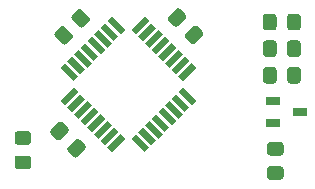
<source format=gbr>
G04 #@! TF.GenerationSoftware,KiCad,Pcbnew,(5.1.6)-1*
G04 #@! TF.CreationDate,2020-11-13T23:12:39+01:00*
G04 #@! TF.ProjectId,AskSin-Analyzer-XS-RPi,41736b53-696e-42d4-916e-616c797a6572,rev?*
G04 #@! TF.SameCoordinates,Original*
G04 #@! TF.FileFunction,Paste,Bot*
G04 #@! TF.FilePolarity,Positive*
%FSLAX46Y46*%
G04 Gerber Fmt 4.6, Leading zero omitted, Abs format (unit mm)*
G04 Created by KiCad (PCBNEW (5.1.6)-1) date 2020-11-13 23:12:39*
%MOMM*%
%LPD*%
G01*
G04 APERTURE LIST*
%ADD10R,1.200000X0.800000*%
%ADD11C,0.100000*%
G04 APERTURE END LIST*
D10*
X157700000Y-94450000D03*
X157700000Y-92550000D03*
X159950000Y-93500000D03*
G36*
G01*
X160050000Y-87699999D02*
X160050000Y-88600001D01*
G75*
G02*
X159800001Y-88850000I-249999J0D01*
G01*
X159149999Y-88850000D01*
G75*
G02*
X158900000Y-88600001I0J249999D01*
G01*
X158900000Y-87699999D01*
G75*
G02*
X159149999Y-87450000I249999J0D01*
G01*
X159800001Y-87450000D01*
G75*
G02*
X160050000Y-87699999I0J-249999D01*
G01*
G37*
G36*
G01*
X158000000Y-87699999D02*
X158000000Y-88600001D01*
G75*
G02*
X157750001Y-88850000I-249999J0D01*
G01*
X157099999Y-88850000D01*
G75*
G02*
X156850000Y-88600001I0J249999D01*
G01*
X156850000Y-87699999D01*
G75*
G02*
X157099999Y-87450000I249999J0D01*
G01*
X157750001Y-87450000D01*
G75*
G02*
X158000000Y-87699999I0J-249999D01*
G01*
G37*
G36*
G01*
X136975001Y-96300000D02*
X136074999Y-96300000D01*
G75*
G02*
X135825000Y-96050001I0J249999D01*
G01*
X135825000Y-95399999D01*
G75*
G02*
X136074999Y-95150000I249999J0D01*
G01*
X136975001Y-95150000D01*
G75*
G02*
X137225000Y-95399999I0J-249999D01*
G01*
X137225000Y-96050001D01*
G75*
G02*
X136975001Y-96300000I-249999J0D01*
G01*
G37*
G36*
G01*
X136975001Y-98350000D02*
X136074999Y-98350000D01*
G75*
G02*
X135825000Y-98100001I0J249999D01*
G01*
X135825000Y-97449999D01*
G75*
G02*
X136074999Y-97200000I249999J0D01*
G01*
X136975001Y-97200000D01*
G75*
G02*
X137225000Y-97449999I0J-249999D01*
G01*
X137225000Y-98100001D01*
G75*
G02*
X136975001Y-98350000I-249999J0D01*
G01*
G37*
G36*
G01*
X140063604Y-86299999D02*
X140700001Y-86936396D01*
G75*
G02*
X140700001Y-87289948I-176776J-176776D01*
G01*
X140240380Y-87749569D01*
G75*
G02*
X139886828Y-87749569I-176776J176776D01*
G01*
X139250431Y-87113172D01*
G75*
G02*
X139250431Y-86759620I176776J176776D01*
G01*
X139710052Y-86299999D01*
G75*
G02*
X140063604Y-86299999I176776J-176776D01*
G01*
G37*
G36*
G01*
X141513172Y-84850431D02*
X142149569Y-85486828D01*
G75*
G02*
X142149569Y-85840380I-176776J-176776D01*
G01*
X141689948Y-86300001D01*
G75*
G02*
X141336396Y-86300001I-176776J176776D01*
G01*
X140699999Y-85663604D01*
G75*
G02*
X140699999Y-85310052I176776J176776D01*
G01*
X141159620Y-84850431D01*
G75*
G02*
X141513172Y-84850431I176776J-176776D01*
G01*
G37*
G36*
G01*
X158350001Y-97200000D02*
X157449999Y-97200000D01*
G75*
G02*
X157200000Y-96950001I0J249999D01*
G01*
X157200000Y-96299999D01*
G75*
G02*
X157449999Y-96050000I249999J0D01*
G01*
X158350001Y-96050000D01*
G75*
G02*
X158600000Y-96299999I0J-249999D01*
G01*
X158600000Y-96950001D01*
G75*
G02*
X158350001Y-97200000I-249999J0D01*
G01*
G37*
G36*
G01*
X158350001Y-99250000D02*
X157449999Y-99250000D01*
G75*
G02*
X157200000Y-99000001I0J249999D01*
G01*
X157200000Y-98349999D01*
G75*
G02*
X157449999Y-98100000I249999J0D01*
G01*
X158350001Y-98100000D01*
G75*
G02*
X158600000Y-98349999I0J-249999D01*
G01*
X158600000Y-99000001D01*
G75*
G02*
X158350001Y-99250000I-249999J0D01*
G01*
G37*
G36*
G01*
X140350001Y-95213604D02*
X139713604Y-95850001D01*
G75*
G02*
X139360052Y-95850001I-176776J176776D01*
G01*
X138900431Y-95390380D01*
G75*
G02*
X138900431Y-95036828I176776J176776D01*
G01*
X139536828Y-94400431D01*
G75*
G02*
X139890380Y-94400431I176776J-176776D01*
G01*
X140350001Y-94860052D01*
G75*
G02*
X140350001Y-95213604I-176776J-176776D01*
G01*
G37*
G36*
G01*
X141799569Y-96663172D02*
X141163172Y-97299569D01*
G75*
G02*
X140809620Y-97299569I-176776J176776D01*
G01*
X140349999Y-96839948D01*
G75*
G02*
X140349999Y-96486396I176776J176776D01*
G01*
X140986396Y-95849999D01*
G75*
G02*
X141339948Y-95849999I176776J-176776D01*
G01*
X141799569Y-96309620D01*
G75*
G02*
X141799569Y-96663172I-176776J-176776D01*
G01*
G37*
G36*
G01*
X150300001Y-85613604D02*
X149663604Y-86250001D01*
G75*
G02*
X149310052Y-86250001I-176776J176776D01*
G01*
X148850431Y-85790380D01*
G75*
G02*
X148850431Y-85436828I176776J176776D01*
G01*
X149486828Y-84800431D01*
G75*
G02*
X149840380Y-84800431I176776J-176776D01*
G01*
X150300001Y-85260052D01*
G75*
G02*
X150300001Y-85613604I-176776J-176776D01*
G01*
G37*
G36*
G01*
X151749569Y-87063172D02*
X151113172Y-87699569D01*
G75*
G02*
X150759620Y-87699569I-176776J176776D01*
G01*
X150299999Y-87239948D01*
G75*
G02*
X150299999Y-86886396I176776J176776D01*
G01*
X150936396Y-86249999D01*
G75*
G02*
X151289948Y-86249999I176776J-176776D01*
G01*
X151749569Y-86709620D01*
G75*
G02*
X151749569Y-87063172I-176776J-176776D01*
G01*
G37*
D11*
G36*
X145184835Y-86536128D02*
G01*
X144795926Y-86925037D01*
X143664555Y-85793666D01*
X144053464Y-85404757D01*
X145184835Y-86536128D01*
G37*
G36*
X144619150Y-87101814D02*
G01*
X144230241Y-87490723D01*
X143098870Y-86359352D01*
X143487779Y-85970443D01*
X144619150Y-87101814D01*
G37*
G36*
X144053464Y-87667499D02*
G01*
X143664555Y-88056408D01*
X142533184Y-86925037D01*
X142922093Y-86536128D01*
X144053464Y-87667499D01*
G37*
G36*
X143487779Y-88233184D02*
G01*
X143098870Y-88622093D01*
X141967499Y-87490722D01*
X142356408Y-87101813D01*
X143487779Y-88233184D01*
G37*
G36*
X142922093Y-88798870D02*
G01*
X142533184Y-89187779D01*
X141401813Y-88056408D01*
X141790722Y-87667499D01*
X142922093Y-88798870D01*
G37*
G36*
X142356408Y-89364555D02*
G01*
X141967499Y-89753464D01*
X140836128Y-88622093D01*
X141225037Y-88233184D01*
X142356408Y-89364555D01*
G37*
G36*
X141790723Y-89930241D02*
G01*
X141401814Y-90319150D01*
X140270443Y-89187779D01*
X140659352Y-88798870D01*
X141790723Y-89930241D01*
G37*
G36*
X141225037Y-90495926D02*
G01*
X140836128Y-90884835D01*
X139704757Y-89753464D01*
X140093666Y-89364555D01*
X141225037Y-90495926D01*
G37*
G36*
X140836128Y-91415165D02*
G01*
X141225037Y-91804074D01*
X140093666Y-92935445D01*
X139704757Y-92546536D01*
X140836128Y-91415165D01*
G37*
G36*
X141401814Y-91980850D02*
G01*
X141790723Y-92369759D01*
X140659352Y-93501130D01*
X140270443Y-93112221D01*
X141401814Y-91980850D01*
G37*
G36*
X141967499Y-92546536D02*
G01*
X142356408Y-92935445D01*
X141225037Y-94066816D01*
X140836128Y-93677907D01*
X141967499Y-92546536D01*
G37*
G36*
X142533184Y-93112221D02*
G01*
X142922093Y-93501130D01*
X141790722Y-94632501D01*
X141401813Y-94243592D01*
X142533184Y-93112221D01*
G37*
G36*
X143098870Y-93677907D02*
G01*
X143487779Y-94066816D01*
X142356408Y-95198187D01*
X141967499Y-94809278D01*
X143098870Y-93677907D01*
G37*
G36*
X143664555Y-94243592D02*
G01*
X144053464Y-94632501D01*
X142922093Y-95763872D01*
X142533184Y-95374963D01*
X143664555Y-94243592D01*
G37*
G36*
X144230241Y-94809277D02*
G01*
X144619150Y-95198186D01*
X143487779Y-96329557D01*
X143098870Y-95940648D01*
X144230241Y-94809277D01*
G37*
G36*
X144795926Y-95374963D02*
G01*
X145184835Y-95763872D01*
X144053464Y-96895243D01*
X143664555Y-96506334D01*
X144795926Y-95374963D01*
G37*
G36*
X147235445Y-96506334D02*
G01*
X146846536Y-96895243D01*
X145715165Y-95763872D01*
X146104074Y-95374963D01*
X147235445Y-96506334D01*
G37*
G36*
X147801130Y-95940648D02*
G01*
X147412221Y-96329557D01*
X146280850Y-95198186D01*
X146669759Y-94809277D01*
X147801130Y-95940648D01*
G37*
G36*
X148366816Y-95374963D02*
G01*
X147977907Y-95763872D01*
X146846536Y-94632501D01*
X147235445Y-94243592D01*
X148366816Y-95374963D01*
G37*
G36*
X148932501Y-94809278D02*
G01*
X148543592Y-95198187D01*
X147412221Y-94066816D01*
X147801130Y-93677907D01*
X148932501Y-94809278D01*
G37*
G36*
X149498187Y-94243592D02*
G01*
X149109278Y-94632501D01*
X147977907Y-93501130D01*
X148366816Y-93112221D01*
X149498187Y-94243592D01*
G37*
G36*
X150063872Y-93677907D02*
G01*
X149674963Y-94066816D01*
X148543592Y-92935445D01*
X148932501Y-92546536D01*
X150063872Y-93677907D01*
G37*
G36*
X150629557Y-93112221D02*
G01*
X150240648Y-93501130D01*
X149109277Y-92369759D01*
X149498186Y-91980850D01*
X150629557Y-93112221D01*
G37*
G36*
X151195243Y-92546536D02*
G01*
X150806334Y-92935445D01*
X149674963Y-91804074D01*
X150063872Y-91415165D01*
X151195243Y-92546536D01*
G37*
G36*
X150806334Y-89364555D02*
G01*
X151195243Y-89753464D01*
X150063872Y-90884835D01*
X149674963Y-90495926D01*
X150806334Y-89364555D01*
G37*
G36*
X150240648Y-88798870D02*
G01*
X150629557Y-89187779D01*
X149498186Y-90319150D01*
X149109277Y-89930241D01*
X150240648Y-88798870D01*
G37*
G36*
X149674963Y-88233184D02*
G01*
X150063872Y-88622093D01*
X148932501Y-89753464D01*
X148543592Y-89364555D01*
X149674963Y-88233184D01*
G37*
G36*
X149109278Y-87667499D02*
G01*
X149498187Y-88056408D01*
X148366816Y-89187779D01*
X147977907Y-88798870D01*
X149109278Y-87667499D01*
G37*
G36*
X148543592Y-87101813D02*
G01*
X148932501Y-87490722D01*
X147801130Y-88622093D01*
X147412221Y-88233184D01*
X148543592Y-87101813D01*
G37*
G36*
X147977907Y-86536128D02*
G01*
X148366816Y-86925037D01*
X147235445Y-88056408D01*
X146846536Y-87667499D01*
X147977907Y-86536128D01*
G37*
G36*
X147412221Y-85970443D02*
G01*
X147801130Y-86359352D01*
X146669759Y-87490723D01*
X146280850Y-87101814D01*
X147412221Y-85970443D01*
G37*
G36*
X146846536Y-85404757D02*
G01*
X147235445Y-85793666D01*
X146104074Y-86925037D01*
X145715165Y-86536128D01*
X146846536Y-85404757D01*
G37*
G36*
G01*
X158900000Y-86350001D02*
X158900000Y-85449999D01*
G75*
G02*
X159149999Y-85200000I249999J0D01*
G01*
X159800001Y-85200000D01*
G75*
G02*
X160050000Y-85449999I0J-249999D01*
G01*
X160050000Y-86350001D01*
G75*
G02*
X159800001Y-86600000I-249999J0D01*
G01*
X159149999Y-86600000D01*
G75*
G02*
X158900000Y-86350001I0J249999D01*
G01*
G37*
G36*
G01*
X156850000Y-86350001D02*
X156850000Y-85449999D01*
G75*
G02*
X157099999Y-85200000I249999J0D01*
G01*
X157750001Y-85200000D01*
G75*
G02*
X158000000Y-85449999I0J-249999D01*
G01*
X158000000Y-86350001D01*
G75*
G02*
X157750001Y-86600000I-249999J0D01*
G01*
X157099999Y-86600000D01*
G75*
G02*
X156850000Y-86350001I0J249999D01*
G01*
G37*
G36*
G01*
X158000000Y-89949999D02*
X158000000Y-90850001D01*
G75*
G02*
X157750001Y-91100000I-249999J0D01*
G01*
X157099999Y-91100000D01*
G75*
G02*
X156850000Y-90850001I0J249999D01*
G01*
X156850000Y-89949999D01*
G75*
G02*
X157099999Y-89700000I249999J0D01*
G01*
X157750001Y-89700000D01*
G75*
G02*
X158000000Y-89949999I0J-249999D01*
G01*
G37*
G36*
G01*
X160050000Y-89949999D02*
X160050000Y-90850001D01*
G75*
G02*
X159800001Y-91100000I-249999J0D01*
G01*
X159149999Y-91100000D01*
G75*
G02*
X158900000Y-90850001I0J249999D01*
G01*
X158900000Y-89949999D01*
G75*
G02*
X159149999Y-89700000I249999J0D01*
G01*
X159800001Y-89700000D01*
G75*
G02*
X160050000Y-89949999I0J-249999D01*
G01*
G37*
M02*

</source>
